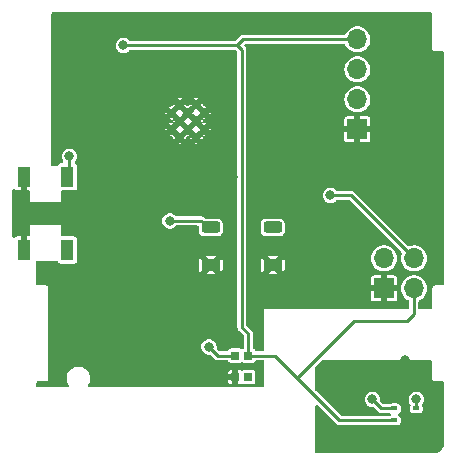
<source format=gbr>
%TF.GenerationSoftware,KiCad,Pcbnew,7.0.8*%
%TF.CreationDate,2023-10-28T23:27:17-04:00*%
%TF.ProjectId,AmazonBasicsSecureFrontend,416d617a-6f6e-4426-9173-696373536563,rev?*%
%TF.SameCoordinates,Original*%
%TF.FileFunction,Copper,L2,Bot*%
%TF.FilePolarity,Positive*%
%FSLAX46Y46*%
G04 Gerber Fmt 4.6, Leading zero omitted, Abs format (unit mm)*
G04 Created by KiCad (PCBNEW 7.0.8) date 2023-10-28 23:27:17*
%MOMM*%
%LPD*%
G01*
G04 APERTURE LIST*
G04 Aperture macros list*
%AMRoundRect*
0 Rectangle with rounded corners*
0 $1 Rounding radius*
0 $2 $3 $4 $5 $6 $7 $8 $9 X,Y pos of 4 corners*
0 Add a 4 corners polygon primitive as box body*
4,1,4,$2,$3,$4,$5,$6,$7,$8,$9,$2,$3,0*
0 Add four circle primitives for the rounded corners*
1,1,$1+$1,$2,$3*
1,1,$1+$1,$4,$5*
1,1,$1+$1,$6,$7*
1,1,$1+$1,$8,$9*
0 Add four rect primitives between the rounded corners*
20,1,$1+$1,$2,$3,$4,$5,0*
20,1,$1+$1,$4,$5,$6,$7,0*
20,1,$1+$1,$6,$7,$8,$9,0*
20,1,$1+$1,$8,$9,$2,$3,0*%
G04 Aperture macros list end*
%TA.AperFunction,SMDPad,CuDef*%
%ADD10RoundRect,0.250000X0.525000X0.250000X-0.525000X0.250000X-0.525000X-0.250000X0.525000X-0.250000X0*%
%TD*%
%TA.AperFunction,ComponentPad*%
%ADD11R,1.700000X1.700000*%
%TD*%
%TA.AperFunction,ComponentPad*%
%ADD12O,1.700000X1.700000*%
%TD*%
%TA.AperFunction,HeatsinkPad*%
%ADD13C,0.600000*%
%TD*%
%TA.AperFunction,SMDPad,CuDef*%
%ADD14R,0.700000X0.700000*%
%TD*%
%TA.AperFunction,SMDPad,CuDef*%
%ADD15RoundRect,0.087500X-0.187500X-0.087500X0.187500X-0.087500X0.187500X0.087500X-0.187500X0.087500X0*%
%TD*%
%TA.AperFunction,SMDPad,CuDef*%
%ADD16RoundRect,0.175000X-0.175000X-0.625000X0.175000X-0.625000X0.175000X0.625000X-0.175000X0.625000X0*%
%TD*%
%TA.AperFunction,SMDPad,CuDef*%
%ADD17R,1.100000X1.800000*%
%TD*%
%TA.AperFunction,ViaPad*%
%ADD18C,0.800000*%
%TD*%
%TA.AperFunction,Conductor*%
%ADD19C,0.250000*%
%TD*%
G04 APERTURE END LIST*
D10*
%TO.P,REF\u002A\u002A,1*%
%TO.N,SW_MAIN*%
X123910000Y-105080000D03*
X118660000Y-105080000D03*
%TO.P,REF\u002A\u002A,2*%
%TO.N,GND*%
X123910000Y-108280000D03*
X118660000Y-108280000D03*
%TD*%
D11*
%TO.P,J1,1,Pin_1*%
%TO.N,GND*%
X131064000Y-96774000D03*
D12*
%TO.P,J1,2,Pin_2*%
%TO.N,RX*%
X131064000Y-94234000D03*
%TO.P,J1,3,Pin_3*%
%TO.N,TX*%
X131064000Y-91694000D03*
%TO.P,J1,4,Pin_4*%
%TO.N,+3V3*%
X131064000Y-89154000D03*
%TD*%
D13*
%TO.P,U1,41,EPAD*%
%TO.N,GND*%
X115310000Y-95374000D03*
X115310000Y-96774000D03*
X116010000Y-94674000D03*
X116010000Y-96074000D03*
X116010000Y-97474000D03*
X116710000Y-95374000D03*
X116710000Y-96774000D03*
X117410000Y-94674000D03*
X117410000Y-96074000D03*
X117410000Y-97474000D03*
X118110000Y-95374000D03*
X118110000Y-96774000D03*
%TD*%
D11*
%TO.P,J2,1,Pin_1*%
%TO.N,GND*%
X133310000Y-110236000D03*
D12*
%TO.P,J2,2,Pin_2*%
%TO.N,+3V3*%
X135850000Y-110236000D03*
%TO.P,J2,3,Pin_3*%
%TO.N,3W*%
X133310000Y-107696000D03*
%TO.P,J2,4,Pin_4*%
%TO.N,RELAY*%
X135850000Y-107696000D03*
%TD*%
D14*
%TO.P,U3,1,DOUT*%
%TO.N,unconnected-(U3-DOUT-Pad1)*%
X121835000Y-117755000D03*
%TO.P,U3,2,GND*%
%TO.N,GND*%
X120735000Y-117755000D03*
%TO.P,U3,3,DIN*%
%TO.N,LED_IN*%
X120735000Y-115925000D03*
%TO.P,U3,4,VCC*%
%TO.N,+3V3*%
X121835000Y-115925000D03*
%TD*%
D15*
%TO.P,U2,1,VDD*%
%TO.N,+3V3*%
X134203000Y-121404000D03*
%TO.P,U2,2,SCL*%
%TO.N,SCL*%
X134203000Y-120404000D03*
%TO.P,U2,3,SDA*%
%TO.N,SDA*%
X136053000Y-120404000D03*
%TO.P,U2,4,VSS*%
%TO.N,GND*%
X136053000Y-121404000D03*
D16*
%TO.P,U2,5,NC*%
X135128000Y-120904000D03*
%TD*%
D17*
%TO.P,SW1,1,1*%
%TO.N,RST*%
X106498000Y-106986000D03*
X106498000Y-100786000D03*
%TO.P,SW1,2,2*%
%TO.N,GND*%
X102798000Y-106986000D03*
X102798000Y-100786000D03*
%TD*%
D18*
%TO.N,GND*%
X130683000Y-120015000D03*
X133350000Y-122936000D03*
X136398000Y-87884000D03*
X128778000Y-87757000D03*
X128905000Y-90678000D03*
X133223000Y-91948000D03*
X129032000Y-94869000D03*
X132080000Y-102235000D03*
X133731000Y-104013000D03*
X128397000Y-106045000D03*
X122301000Y-103505000D03*
X120523000Y-100838000D03*
X122301000Y-90043000D03*
X120396000Y-88646000D03*
X111506000Y-90932000D03*
X107696000Y-94615000D03*
X105918000Y-93091000D03*
X108077000Y-106299000D03*
X116662200Y-107645200D03*
X118745000Y-117221000D03*
X136906000Y-116840000D03*
X134874000Y-117729000D03*
X137160000Y-122682000D03*
X128778000Y-122809000D03*
X128397000Y-117221000D03*
%TO.N,SW_MAIN*%
X115189000Y-104521000D03*
%TO.N,GND*%
X120269000Y-114300000D03*
%TO.N,LED_IN*%
X118491000Y-115189000D03*
%TO.N,GND*%
X130302000Y-103632000D03*
%TO.N,RELAY*%
X128778000Y-102362000D03*
%TO.N,GND*%
X112522000Y-103632000D03*
X118872000Y-109982000D03*
X122428000Y-111379000D03*
X126238000Y-109474000D03*
X135128000Y-116332000D03*
%TO.N,+3V3*%
X111252000Y-89662000D03*
%TO.N,SCL*%
X132334000Y-119634000D03*
%TO.N,SDA*%
X136053000Y-119634000D03*
%TO.N,RST*%
X106680000Y-99060000D03*
%TD*%
D19*
%TO.N,+3V3*%
X135850000Y-112435000D02*
X135255000Y-113030000D01*
X125984000Y-117856000D02*
X129532000Y-121404000D01*
X135850000Y-110236000D02*
X135850000Y-112435000D01*
X124053000Y-115925000D02*
X125984000Y-117856000D01*
X135255000Y-113030000D02*
X130810000Y-113030000D01*
X130810000Y-113030000D02*
X125984000Y-117856000D01*
X121835000Y-115925000D02*
X124053000Y-115925000D01*
X129532000Y-121404000D02*
X134203000Y-121404000D01*
%TO.N,SW_MAIN*%
X115189000Y-104521000D02*
X117856000Y-104521000D01*
X117856000Y-104521000D02*
X118415000Y-105080000D01*
X118415000Y-105080000D02*
X118660000Y-105080000D01*
%TO.N,+3V3*%
X121835000Y-115925000D02*
X121835000Y-114088000D01*
X121835000Y-114088000D02*
X121285000Y-113538000D01*
X121285000Y-113538000D02*
X121285000Y-90043000D01*
X121285000Y-90043000D02*
X120904000Y-89662000D01*
X131064000Y-89154000D02*
X121412000Y-89154000D01*
X121412000Y-89154000D02*
X120904000Y-89662000D01*
X120904000Y-89662000D02*
X111252000Y-89662000D01*
%TO.N,LED_IN*%
X118491000Y-115189000D02*
X119227000Y-115925000D01*
X119227000Y-115925000D02*
X120735000Y-115925000D01*
%TO.N,RELAY*%
X128778000Y-102362000D02*
X130516000Y-102362000D01*
X130516000Y-102362000D02*
X135850000Y-107696000D01*
%TO.N,SCL*%
X133104000Y-120404000D02*
X134203000Y-120404000D01*
X132334000Y-119634000D02*
X133104000Y-120404000D01*
%TO.N,GND*%
X136906000Y-118110000D02*
X135128000Y-116332000D01*
X137168000Y-121404000D02*
X137414000Y-121158000D01*
X137414000Y-121158000D02*
X137414000Y-118618000D01*
X136053000Y-121404000D02*
X137168000Y-121404000D01*
X137414000Y-118618000D02*
X136906000Y-118110000D01*
%TO.N,SDA*%
X136053000Y-119634000D02*
X136053000Y-120404000D01*
%TO.N,RST*%
X106680000Y-100604000D02*
X106498000Y-100786000D01*
X106680000Y-99060000D02*
X106680000Y-100604000D01*
%TD*%
%TA.AperFunction,Conductor*%
%TO.N,GND*%
G36*
X137360539Y-86883685D02*
G01*
X137406294Y-86936489D01*
X137417500Y-86988000D01*
X137417500Y-89879114D01*
X137415117Y-89903306D01*
X137412592Y-89915999D01*
X137412592Y-89916000D01*
X137416688Y-89936591D01*
X137416689Y-89936597D01*
X137432032Y-90013736D01*
X137432033Y-90013739D01*
X137446894Y-90035980D01*
X137487399Y-90096601D01*
X137570260Y-90151966D01*
X137602840Y-90158446D01*
X137667998Y-90171408D01*
X137668000Y-90171408D01*
X137668001Y-90171408D01*
X137680694Y-90168883D01*
X137704886Y-90166500D01*
X138309500Y-90166500D01*
X138376539Y-90186185D01*
X138422294Y-90238989D01*
X138433500Y-90290500D01*
X138433500Y-109861500D01*
X138413815Y-109928539D01*
X138361011Y-109974294D01*
X138309500Y-109985500D01*
X137704886Y-109985500D01*
X137680694Y-109983117D01*
X137668001Y-109980592D01*
X137667999Y-109980592D01*
X137643325Y-109985500D01*
X137570263Y-110000032D01*
X137570260Y-110000033D01*
X137487399Y-110055399D01*
X137432033Y-110138261D01*
X137412592Y-110235997D01*
X137412592Y-110235998D01*
X137415117Y-110248691D01*
X137417500Y-110272885D01*
X137417500Y-111890000D01*
X137397815Y-111957039D01*
X137345011Y-112002794D01*
X137293500Y-112014000D01*
X136349500Y-112014000D01*
X136282461Y-111994315D01*
X136236706Y-111941511D01*
X136225500Y-111890000D01*
X136225500Y-111355668D01*
X136245185Y-111288629D01*
X136297989Y-111242874D01*
X136304679Y-111240052D01*
X136342637Y-111225348D01*
X136516041Y-111117981D01*
X136666764Y-110980579D01*
X136789673Y-110817821D01*
X136880582Y-110635250D01*
X136936397Y-110439083D01*
X136955215Y-110236000D01*
X136936397Y-110032917D01*
X136880582Y-109836750D01*
X136789673Y-109654179D01*
X136666764Y-109491421D01*
X136666762Y-109491418D01*
X136516041Y-109354019D01*
X136516039Y-109354017D01*
X136342642Y-109246655D01*
X136342635Y-109246651D01*
X136237082Y-109205760D01*
X136152456Y-109172976D01*
X135951976Y-109135500D01*
X135748024Y-109135500D01*
X135547544Y-109172976D01*
X135547541Y-109172976D01*
X135547541Y-109172977D01*
X135357364Y-109246651D01*
X135357357Y-109246655D01*
X135183960Y-109354017D01*
X135183958Y-109354019D01*
X135033237Y-109491418D01*
X134910327Y-109654178D01*
X134819422Y-109836739D01*
X134819417Y-109836752D01*
X134763602Y-110032917D01*
X134744785Y-110235999D01*
X134744785Y-110236000D01*
X134763602Y-110439082D01*
X134819417Y-110635247D01*
X134819422Y-110635260D01*
X134910327Y-110817821D01*
X135033237Y-110980581D01*
X135183958Y-111117980D01*
X135183960Y-111117982D01*
X135283141Y-111179392D01*
X135357363Y-111225348D01*
X135395293Y-111240042D01*
X135450694Y-111282612D01*
X135474286Y-111348378D01*
X135474500Y-111355668D01*
X135474500Y-111890000D01*
X135454815Y-111957039D01*
X135402011Y-112002794D01*
X135350500Y-112014000D01*
X123190000Y-112014000D01*
X123190000Y-115425500D01*
X123170315Y-115492539D01*
X123117511Y-115538294D01*
X123066000Y-115549500D01*
X122533744Y-115549500D01*
X122466705Y-115529815D01*
X122429153Y-115486478D01*
X122427752Y-115487415D01*
X122400866Y-115447177D01*
X122365601Y-115394399D01*
X122319690Y-115363723D01*
X122272585Y-115332248D01*
X122273924Y-115330243D01*
X122232640Y-115296970D01*
X122210579Y-115230675D01*
X122210500Y-115226256D01*
X122210500Y-114139803D01*
X122213139Y-114114358D01*
X122213785Y-114111274D01*
X122215367Y-114103731D01*
X122213287Y-114087051D01*
X122210977Y-114068508D01*
X122210500Y-114060832D01*
X122210500Y-114056889D01*
X122210499Y-114056883D01*
X122206655Y-114033846D01*
X122199865Y-113979373D01*
X122197617Y-113971827D01*
X122195065Y-113964390D01*
X122168942Y-113916119D01*
X122144826Y-113866788D01*
X122144823Y-113866785D01*
X122144823Y-113866784D01*
X122140267Y-113860402D01*
X122135423Y-113854178D01*
X122135419Y-113854174D01*
X122095041Y-113817003D01*
X121696819Y-113418781D01*
X121663334Y-113357458D01*
X121660500Y-113331100D01*
X121660500Y-111110628D01*
X132210000Y-111110628D01*
X132224503Y-111183540D01*
X132224505Y-111183544D01*
X132279760Y-111266239D01*
X132362455Y-111321494D01*
X132362459Y-111321496D01*
X132435371Y-111335999D01*
X132435374Y-111336000D01*
X133060000Y-111336000D01*
X133060000Y-110671501D01*
X133167685Y-110720680D01*
X133274237Y-110736000D01*
X133345763Y-110736000D01*
X133452315Y-110720680D01*
X133560000Y-110671501D01*
X133560000Y-111336000D01*
X134184626Y-111336000D01*
X134184628Y-111335999D01*
X134257540Y-111321496D01*
X134257544Y-111321494D01*
X134340239Y-111266239D01*
X134395494Y-111183544D01*
X134395496Y-111183540D01*
X134409999Y-111110628D01*
X134410000Y-111110626D01*
X134410000Y-110486000D01*
X133743686Y-110486000D01*
X133769493Y-110445844D01*
X133810000Y-110307889D01*
X133810000Y-110164111D01*
X133769493Y-110026156D01*
X133743686Y-109986000D01*
X134410000Y-109986000D01*
X134410000Y-109361373D01*
X134409999Y-109361371D01*
X134395496Y-109288459D01*
X134395494Y-109288455D01*
X134340239Y-109205760D01*
X134257544Y-109150505D01*
X134257540Y-109150503D01*
X134184627Y-109136000D01*
X133560000Y-109136000D01*
X133560000Y-109800498D01*
X133452315Y-109751320D01*
X133345763Y-109736000D01*
X133274237Y-109736000D01*
X133167685Y-109751320D01*
X133060000Y-109800498D01*
X133060000Y-109136000D01*
X132435373Y-109136000D01*
X132362459Y-109150503D01*
X132362455Y-109150505D01*
X132279760Y-109205760D01*
X132224505Y-109288455D01*
X132224503Y-109288459D01*
X132210000Y-109361371D01*
X132210000Y-109986000D01*
X132876314Y-109986000D01*
X132850507Y-110026156D01*
X132810000Y-110164111D01*
X132810000Y-110307889D01*
X132850507Y-110445844D01*
X132876314Y-110486000D01*
X132210000Y-110486000D01*
X132210000Y-111110628D01*
X121660500Y-111110628D01*
X121660500Y-109029999D01*
X123513553Y-109029999D01*
X123513554Y-109030000D01*
X124306446Y-109030000D01*
X124306446Y-109029999D01*
X123910001Y-108633553D01*
X123909999Y-108633553D01*
X123513553Y-109029999D01*
X121660500Y-109029999D01*
X121660500Y-108577844D01*
X122885000Y-108577844D01*
X122891401Y-108637372D01*
X122891402Y-108637376D01*
X122941649Y-108772093D01*
X122994180Y-108842264D01*
X122994182Y-108842265D01*
X123556447Y-108280000D01*
X124263553Y-108280000D01*
X124825817Y-108842264D01*
X124878351Y-108772090D01*
X124928597Y-108637376D01*
X124928598Y-108637372D01*
X124934999Y-108577844D01*
X124935000Y-108577827D01*
X124935000Y-107982172D01*
X124934999Y-107982155D01*
X124928598Y-107922627D01*
X124928597Y-107922623D01*
X124878352Y-107787911D01*
X124878351Y-107787910D01*
X124825817Y-107717733D01*
X124263553Y-108279999D01*
X124263553Y-108280000D01*
X123556447Y-108280000D01*
X123556447Y-108279999D01*
X122994181Y-107717733D01*
X122941647Y-107787910D01*
X122941645Y-107787913D01*
X122891403Y-107922620D01*
X122891401Y-107922627D01*
X122885000Y-107982155D01*
X122885000Y-108577844D01*
X121660500Y-108577844D01*
X121660500Y-107530000D01*
X123513553Y-107530000D01*
X123910000Y-107926446D01*
X124140446Y-107696000D01*
X132204785Y-107696000D01*
X132223602Y-107899082D01*
X132279417Y-108095247D01*
X132279422Y-108095260D01*
X132370327Y-108277821D01*
X132493237Y-108440581D01*
X132643958Y-108577980D01*
X132643960Y-108577982D01*
X132733711Y-108633553D01*
X132817363Y-108685348D01*
X133007544Y-108759024D01*
X133208024Y-108796500D01*
X133208026Y-108796500D01*
X133411974Y-108796500D01*
X133411976Y-108796500D01*
X133612456Y-108759024D01*
X133802637Y-108685348D01*
X133976041Y-108577981D01*
X134126764Y-108440579D01*
X134249673Y-108277821D01*
X134340582Y-108095250D01*
X134396397Y-107899083D01*
X134415215Y-107696000D01*
X134396397Y-107492917D01*
X134340582Y-107296750D01*
X134337836Y-107291236D01*
X134274237Y-107163511D01*
X134249673Y-107114179D01*
X134126764Y-106951421D01*
X134126762Y-106951418D01*
X133976041Y-106814019D01*
X133976039Y-106814017D01*
X133802642Y-106706655D01*
X133802635Y-106706651D01*
X133702552Y-106667879D01*
X133612456Y-106632976D01*
X133411976Y-106595500D01*
X133208024Y-106595500D01*
X133007544Y-106632976D01*
X133007541Y-106632976D01*
X133007541Y-106632977D01*
X132817364Y-106706651D01*
X132817357Y-106706655D01*
X132643960Y-106814017D01*
X132643958Y-106814019D01*
X132493237Y-106951418D01*
X132370327Y-107114178D01*
X132279422Y-107296739D01*
X132279417Y-107296752D01*
X132223602Y-107492917D01*
X132204785Y-107695999D01*
X132204785Y-107696000D01*
X124140446Y-107696000D01*
X124306446Y-107530000D01*
X123513553Y-107530000D01*
X121660500Y-107530000D01*
X121660500Y-105377870D01*
X122884500Y-105377870D01*
X122884501Y-105377876D01*
X122890908Y-105437483D01*
X122941202Y-105572328D01*
X122941206Y-105572335D01*
X123027452Y-105687544D01*
X123027455Y-105687547D01*
X123142664Y-105773793D01*
X123142671Y-105773797D01*
X123277517Y-105824091D01*
X123277516Y-105824091D01*
X123284056Y-105824794D01*
X123337127Y-105830500D01*
X124482872Y-105830499D01*
X124542483Y-105824091D01*
X124677331Y-105773796D01*
X124792546Y-105687546D01*
X124878796Y-105572331D01*
X124929091Y-105437483D01*
X124935500Y-105377873D01*
X124935499Y-104782128D01*
X124929091Y-104722517D01*
X124912419Y-104677818D01*
X124878797Y-104587671D01*
X124878793Y-104587664D01*
X124792547Y-104472455D01*
X124792544Y-104472452D01*
X124677335Y-104386206D01*
X124677328Y-104386202D01*
X124542482Y-104335908D01*
X124542483Y-104335908D01*
X124482883Y-104329501D01*
X124482881Y-104329500D01*
X124482873Y-104329500D01*
X124482864Y-104329500D01*
X123337129Y-104329500D01*
X123337123Y-104329501D01*
X123277516Y-104335908D01*
X123142671Y-104386202D01*
X123142664Y-104386206D01*
X123027455Y-104472452D01*
X123027452Y-104472455D01*
X122941206Y-104587664D01*
X122941202Y-104587671D01*
X122890910Y-104722513D01*
X122890909Y-104722517D01*
X122884500Y-104782127D01*
X122884500Y-104782134D01*
X122884500Y-104782135D01*
X122884500Y-105377870D01*
X121660500Y-105377870D01*
X121660500Y-102362000D01*
X128122722Y-102362000D01*
X128141762Y-102518818D01*
X128197780Y-102666523D01*
X128287517Y-102796530D01*
X128405760Y-102901283D01*
X128405762Y-102901284D01*
X128545634Y-102974696D01*
X128699014Y-103012500D01*
X128699015Y-103012500D01*
X128856985Y-103012500D01*
X129010365Y-102974696D01*
X129150240Y-102901283D01*
X129268483Y-102796530D01*
X129272257Y-102791061D01*
X129326537Y-102747071D01*
X129374308Y-102737500D01*
X130309101Y-102737500D01*
X130376140Y-102757185D01*
X130396782Y-102773819D01*
X134790289Y-107167326D01*
X134823774Y-107228649D01*
X134819331Y-107290765D01*
X134820986Y-107291236D01*
X134763603Y-107492915D01*
X134763602Y-107492917D01*
X134744785Y-107695999D01*
X134744785Y-107696000D01*
X134763602Y-107899082D01*
X134819417Y-108095247D01*
X134819422Y-108095260D01*
X134910327Y-108277821D01*
X135033237Y-108440581D01*
X135183958Y-108577980D01*
X135183960Y-108577982D01*
X135273711Y-108633553D01*
X135357363Y-108685348D01*
X135547544Y-108759024D01*
X135748024Y-108796500D01*
X135748026Y-108796500D01*
X135951974Y-108796500D01*
X135951976Y-108796500D01*
X136152456Y-108759024D01*
X136342637Y-108685348D01*
X136516041Y-108577981D01*
X136666764Y-108440579D01*
X136789673Y-108277821D01*
X136880582Y-108095250D01*
X136936397Y-107899083D01*
X136955215Y-107696000D01*
X136936397Y-107492917D01*
X136880582Y-107296750D01*
X136877836Y-107291236D01*
X136814237Y-107163511D01*
X136789673Y-107114179D01*
X136666764Y-106951421D01*
X136666762Y-106951418D01*
X136516041Y-106814019D01*
X136516039Y-106814017D01*
X136342642Y-106706655D01*
X136342635Y-106706651D01*
X136242552Y-106667879D01*
X136152456Y-106632976D01*
X135951976Y-106595500D01*
X135748024Y-106595500D01*
X135661801Y-106611617D01*
X135547536Y-106632977D01*
X135457443Y-106667879D01*
X135387820Y-106673740D01*
X135326080Y-106641030D01*
X135324970Y-106639933D01*
X130818149Y-102133111D01*
X130802022Y-102113252D01*
X130796086Y-102104167D01*
X130796083Y-102104163D01*
X130768074Y-102082363D01*
X130762310Y-102077272D01*
X130759515Y-102074477D01*
X130740505Y-102060906D01*
X130739983Y-102060500D01*
X130732645Y-102054788D01*
X130697189Y-102027190D01*
X130690274Y-102023448D01*
X130683200Y-102019990D01*
X130630596Y-102004329D01*
X130578658Y-101986499D01*
X130570923Y-101985208D01*
X130563085Y-101984231D01*
X130508244Y-101986500D01*
X129374308Y-101986500D01*
X129307269Y-101966815D01*
X129272257Y-101932938D01*
X129268483Y-101927470D01*
X129150240Y-101822717D01*
X129150238Y-101822716D01*
X129150237Y-101822715D01*
X129010365Y-101749303D01*
X128856986Y-101711500D01*
X128856985Y-101711500D01*
X128699015Y-101711500D01*
X128699014Y-101711500D01*
X128545634Y-101749303D01*
X128405762Y-101822715D01*
X128287516Y-101927471D01*
X128197781Y-102057475D01*
X128197780Y-102057476D01*
X128141762Y-102205181D01*
X128122722Y-102361999D01*
X128122722Y-102362000D01*
X121660500Y-102362000D01*
X121660500Y-97648628D01*
X129964000Y-97648628D01*
X129978503Y-97721540D01*
X129978505Y-97721544D01*
X130033760Y-97804239D01*
X130116455Y-97859494D01*
X130116459Y-97859496D01*
X130189371Y-97873999D01*
X130189374Y-97874000D01*
X130814000Y-97874000D01*
X130814000Y-97209501D01*
X130921685Y-97258680D01*
X131028237Y-97274000D01*
X131099763Y-97274000D01*
X131206315Y-97258680D01*
X131314000Y-97209501D01*
X131314000Y-97874000D01*
X131938626Y-97874000D01*
X131938628Y-97873999D01*
X132011540Y-97859496D01*
X132011544Y-97859494D01*
X132094239Y-97804239D01*
X132149494Y-97721544D01*
X132149496Y-97721540D01*
X132163999Y-97648628D01*
X132164000Y-97648626D01*
X132164000Y-97024000D01*
X131497686Y-97024000D01*
X131523493Y-96983844D01*
X131564000Y-96845889D01*
X131564000Y-96702111D01*
X131523493Y-96564156D01*
X131497686Y-96524000D01*
X132164000Y-96524000D01*
X132164000Y-95899373D01*
X132163999Y-95899371D01*
X132149496Y-95826459D01*
X132149494Y-95826455D01*
X132094239Y-95743760D01*
X132011544Y-95688505D01*
X132011540Y-95688503D01*
X131938627Y-95674000D01*
X131314000Y-95674000D01*
X131314000Y-96338498D01*
X131206315Y-96289320D01*
X131099763Y-96274000D01*
X131028237Y-96274000D01*
X130921685Y-96289320D01*
X130814000Y-96338498D01*
X130814000Y-95674000D01*
X130189373Y-95674000D01*
X130116459Y-95688503D01*
X130116455Y-95688505D01*
X130033760Y-95743760D01*
X129978505Y-95826455D01*
X129978503Y-95826459D01*
X129964000Y-95899371D01*
X129964000Y-96524000D01*
X130630314Y-96524000D01*
X130604507Y-96564156D01*
X130564000Y-96702111D01*
X130564000Y-96845889D01*
X130604507Y-96983844D01*
X130630314Y-97024000D01*
X129964000Y-97024000D01*
X129964000Y-97648628D01*
X121660500Y-97648628D01*
X121660500Y-94234000D01*
X129958785Y-94234000D01*
X129977602Y-94437082D01*
X130033417Y-94633247D01*
X130033422Y-94633260D01*
X130124327Y-94815821D01*
X130247237Y-94978581D01*
X130397958Y-95115980D01*
X130397960Y-95115982D01*
X130454555Y-95151024D01*
X130571363Y-95223348D01*
X130761544Y-95297024D01*
X130962024Y-95334500D01*
X130962026Y-95334500D01*
X131165974Y-95334500D01*
X131165976Y-95334500D01*
X131366456Y-95297024D01*
X131556637Y-95223348D01*
X131730041Y-95115981D01*
X131880764Y-94978579D01*
X132003673Y-94815821D01*
X132094582Y-94633250D01*
X132150397Y-94437083D01*
X132169215Y-94234000D01*
X132150397Y-94030917D01*
X132094582Y-93834750D01*
X132003673Y-93652179D01*
X131880764Y-93489421D01*
X131880762Y-93489418D01*
X131730041Y-93352019D01*
X131730039Y-93352017D01*
X131556642Y-93244655D01*
X131556635Y-93244651D01*
X131461546Y-93207814D01*
X131366456Y-93170976D01*
X131165976Y-93133500D01*
X130962024Y-93133500D01*
X130761544Y-93170976D01*
X130761541Y-93170976D01*
X130761541Y-93170977D01*
X130571364Y-93244651D01*
X130571357Y-93244655D01*
X130397960Y-93352017D01*
X130397958Y-93352019D01*
X130247237Y-93489418D01*
X130124327Y-93652178D01*
X130033422Y-93834739D01*
X130033417Y-93834752D01*
X129977602Y-94030917D01*
X129958785Y-94233999D01*
X129958785Y-94234000D01*
X121660500Y-94234000D01*
X121660500Y-91694000D01*
X129958785Y-91694000D01*
X129977602Y-91897082D01*
X130033417Y-92093247D01*
X130033422Y-92093260D01*
X130124327Y-92275821D01*
X130247237Y-92438581D01*
X130397958Y-92575980D01*
X130397960Y-92575982D01*
X130497141Y-92637392D01*
X130571363Y-92683348D01*
X130761544Y-92757024D01*
X130962024Y-92794500D01*
X130962026Y-92794500D01*
X131165974Y-92794500D01*
X131165976Y-92794500D01*
X131366456Y-92757024D01*
X131556637Y-92683348D01*
X131730041Y-92575981D01*
X131880764Y-92438579D01*
X132003673Y-92275821D01*
X132094582Y-92093250D01*
X132150397Y-91897083D01*
X132169215Y-91694000D01*
X132150397Y-91490917D01*
X132094582Y-91294750D01*
X132003673Y-91112179D01*
X131880764Y-90949421D01*
X131880762Y-90949418D01*
X131730041Y-90812019D01*
X131730039Y-90812017D01*
X131556642Y-90704655D01*
X131556635Y-90704651D01*
X131461546Y-90667814D01*
X131366456Y-90630976D01*
X131165976Y-90593500D01*
X130962024Y-90593500D01*
X130761544Y-90630976D01*
X130761541Y-90630976D01*
X130761541Y-90630977D01*
X130571364Y-90704651D01*
X130571357Y-90704655D01*
X130397960Y-90812017D01*
X130397958Y-90812019D01*
X130247237Y-90949418D01*
X130124327Y-91112178D01*
X130033422Y-91294739D01*
X130033417Y-91294752D01*
X129977602Y-91490917D01*
X129958785Y-91693999D01*
X129958785Y-91694000D01*
X121660500Y-91694000D01*
X121660500Y-90094803D01*
X121663139Y-90069358D01*
X121663785Y-90066274D01*
X121665367Y-90058731D01*
X121663287Y-90042051D01*
X121660977Y-90023508D01*
X121660500Y-90015832D01*
X121660500Y-90011889D01*
X121660499Y-90011883D01*
X121656655Y-89988846D01*
X121649865Y-89934373D01*
X121647617Y-89926827D01*
X121645065Y-89919390D01*
X121618942Y-89871119D01*
X121594826Y-89821788D01*
X121594823Y-89821785D01*
X121594823Y-89821784D01*
X121590267Y-89815402D01*
X121585423Y-89809178D01*
X121585419Y-89809174D01*
X121545041Y-89772003D01*
X121522718Y-89749680D01*
X121489233Y-89688357D01*
X121494217Y-89618665D01*
X121522725Y-89574311D01*
X121531229Y-89565808D01*
X121592556Y-89532331D01*
X121618900Y-89529500D01*
X129944815Y-89529500D01*
X130011854Y-89549185D01*
X130055813Y-89598225D01*
X130124327Y-89735821D01*
X130151651Y-89772004D01*
X130247237Y-89898581D01*
X130397958Y-90035980D01*
X130397960Y-90035982D01*
X130472189Y-90081942D01*
X130571363Y-90143348D01*
X130761544Y-90217024D01*
X130962024Y-90254500D01*
X130962026Y-90254500D01*
X131165974Y-90254500D01*
X131165976Y-90254500D01*
X131366456Y-90217024D01*
X131556637Y-90143348D01*
X131730041Y-90035981D01*
X131880764Y-89898579D01*
X132003673Y-89735821D01*
X132094582Y-89553250D01*
X132150397Y-89357083D01*
X132169215Y-89154000D01*
X132150397Y-88950917D01*
X132094582Y-88754750D01*
X132003673Y-88572179D01*
X131880764Y-88409421D01*
X131880762Y-88409418D01*
X131730041Y-88272019D01*
X131730039Y-88272017D01*
X131556642Y-88164655D01*
X131556635Y-88164651D01*
X131461546Y-88127814D01*
X131366456Y-88090976D01*
X131165976Y-88053500D01*
X130962024Y-88053500D01*
X130761544Y-88090976D01*
X130761541Y-88090976D01*
X130761541Y-88090977D01*
X130571364Y-88164651D01*
X130571357Y-88164655D01*
X130397960Y-88272017D01*
X130397958Y-88272019D01*
X130247237Y-88409418D01*
X130124329Y-88572176D01*
X130124327Y-88572179D01*
X130055813Y-88709773D01*
X130008313Y-88761008D01*
X129944815Y-88778500D01*
X121463804Y-88778500D01*
X121438357Y-88775861D01*
X121435713Y-88775306D01*
X121427729Y-88773632D01*
X121392509Y-88778023D01*
X121384832Y-88778500D01*
X121380886Y-88778500D01*
X121363606Y-88781383D01*
X121357846Y-88782344D01*
X121303368Y-88789135D01*
X121295844Y-88791375D01*
X121288392Y-88793934D01*
X121240119Y-88820057D01*
X121190790Y-88844172D01*
X121184398Y-88848735D01*
X121178174Y-88853580D01*
X121141003Y-88893958D01*
X120784781Y-89250181D01*
X120723458Y-89283666D01*
X120697100Y-89286500D01*
X111848308Y-89286500D01*
X111781269Y-89266815D01*
X111746257Y-89232938D01*
X111742483Y-89227470D01*
X111624240Y-89122717D01*
X111624238Y-89122716D01*
X111624237Y-89122715D01*
X111484365Y-89049303D01*
X111330986Y-89011500D01*
X111330985Y-89011500D01*
X111173015Y-89011500D01*
X111173014Y-89011500D01*
X111019634Y-89049303D01*
X110879762Y-89122715D01*
X110761516Y-89227471D01*
X110671781Y-89357475D01*
X110671780Y-89357476D01*
X110615762Y-89505181D01*
X110596722Y-89661999D01*
X110596722Y-89662000D01*
X110615762Y-89818818D01*
X110661976Y-89940673D01*
X110671780Y-89966523D01*
X110761517Y-90096530D01*
X110879760Y-90201283D01*
X110879762Y-90201284D01*
X111019634Y-90274696D01*
X111173014Y-90312500D01*
X111173015Y-90312500D01*
X111330985Y-90312500D01*
X111484365Y-90274696D01*
X111624240Y-90201283D01*
X111742483Y-90096530D01*
X111746257Y-90091061D01*
X111800537Y-90047071D01*
X111848308Y-90037500D01*
X120697101Y-90037500D01*
X120764140Y-90057185D01*
X120784782Y-90073819D01*
X120873181Y-90162218D01*
X120906666Y-90223541D01*
X120909500Y-90249899D01*
X120909500Y-113486196D01*
X120906862Y-113511634D01*
X120904633Y-113522268D01*
X120904633Y-113522269D01*
X120904633Y-113522271D01*
X120909023Y-113557491D01*
X120909500Y-113565167D01*
X120909500Y-113569116D01*
X120913342Y-113592141D01*
X120920134Y-113646627D01*
X120922373Y-113654147D01*
X120924934Y-113661608D01*
X120924935Y-113661610D01*
X120951055Y-113709877D01*
X120975174Y-113759211D01*
X120979742Y-113765609D01*
X120984582Y-113771827D01*
X121024971Y-113809009D01*
X121423181Y-114207218D01*
X121456666Y-114268541D01*
X121459500Y-114294899D01*
X121459500Y-115226256D01*
X121439815Y-115293295D01*
X121396477Y-115330847D01*
X121397414Y-115332249D01*
X121353889Y-115361331D01*
X121287211Y-115382208D01*
X121219831Y-115363723D01*
X121216110Y-115361331D01*
X121182740Y-115339034D01*
X121182735Y-115339032D01*
X121109677Y-115324500D01*
X121109674Y-115324500D01*
X120360326Y-115324500D01*
X120360323Y-115324500D01*
X120287264Y-115339032D01*
X120287260Y-115339033D01*
X120204398Y-115394399D01*
X120142248Y-115487415D01*
X120140243Y-115486075D01*
X120106970Y-115527360D01*
X120040675Y-115549421D01*
X120036256Y-115549500D01*
X119433899Y-115549500D01*
X119366860Y-115529815D01*
X119346218Y-115513181D01*
X119175517Y-115342480D01*
X119142032Y-115281157D01*
X119140102Y-115239857D01*
X119146278Y-115189000D01*
X119127237Y-115032182D01*
X119071220Y-114884477D01*
X118981483Y-114754470D01*
X118863240Y-114649717D01*
X118863238Y-114649716D01*
X118863237Y-114649715D01*
X118723365Y-114576303D01*
X118569986Y-114538500D01*
X118569985Y-114538500D01*
X118412015Y-114538500D01*
X118412014Y-114538500D01*
X118258634Y-114576303D01*
X118118762Y-114649715D01*
X118000516Y-114754471D01*
X117910781Y-114884475D01*
X117910780Y-114884476D01*
X117854762Y-115032181D01*
X117835722Y-115188999D01*
X117835722Y-115189000D01*
X117854762Y-115345818D01*
X117873187Y-115394399D01*
X117910780Y-115493523D01*
X118000517Y-115623530D01*
X118118760Y-115728283D01*
X118118762Y-115728284D01*
X118258634Y-115801696D01*
X118412014Y-115839500D01*
X118559101Y-115839500D01*
X118626140Y-115859185D01*
X118646782Y-115875819D01*
X118924849Y-116153886D01*
X118940977Y-116173745D01*
X118946916Y-116182836D01*
X118974932Y-116204641D01*
X118980693Y-116209730D01*
X118983482Y-116212519D01*
X119002483Y-116226085D01*
X119045811Y-116259809D01*
X119052704Y-116263539D01*
X119059796Y-116267006D01*
X119059801Y-116267010D01*
X119112403Y-116282670D01*
X119164338Y-116300500D01*
X119172072Y-116301790D01*
X119179910Y-116302767D01*
X119179912Y-116302768D01*
X119179913Y-116302767D01*
X119179914Y-116302768D01*
X119234756Y-116300500D01*
X120036256Y-116300500D01*
X120103295Y-116320185D01*
X120140846Y-116363521D01*
X120142248Y-116362585D01*
X120204398Y-116455600D01*
X120287260Y-116510966D01*
X120287264Y-116510967D01*
X120360321Y-116525499D01*
X120360324Y-116525500D01*
X120360326Y-116525500D01*
X121109676Y-116525500D01*
X121109677Y-116525499D01*
X121182735Y-116510967D01*
X121182737Y-116510967D01*
X121182737Y-116510966D01*
X121182740Y-116510966D01*
X121216112Y-116488667D01*
X121282786Y-116467791D01*
X121350166Y-116486275D01*
X121353829Y-116488628D01*
X121387260Y-116510966D01*
X121387262Y-116510966D01*
X121387263Y-116510967D01*
X121460321Y-116525499D01*
X121460324Y-116525500D01*
X121460326Y-116525500D01*
X122209676Y-116525500D01*
X122209677Y-116525499D01*
X122282740Y-116510966D01*
X122365601Y-116455601D01*
X122420800Y-116372989D01*
X122427752Y-116362585D01*
X122429756Y-116363924D01*
X122463030Y-116322640D01*
X122529325Y-116300579D01*
X122533744Y-116300500D01*
X123066000Y-116300500D01*
X123133039Y-116320185D01*
X123178794Y-116372989D01*
X123190000Y-116424500D01*
X123190000Y-118494000D01*
X123170315Y-118561039D01*
X123117511Y-118606794D01*
X123066000Y-118618000D01*
X108370173Y-118618000D01*
X108303134Y-118598315D01*
X108257379Y-118545511D01*
X108247435Y-118476353D01*
X108272118Y-118418098D01*
X108295444Y-118387963D01*
X108295443Y-118387963D01*
X108295448Y-118387958D01*
X108385060Y-118205271D01*
X108436063Y-118008285D01*
X108436230Y-118005000D01*
X120135000Y-118005000D01*
X120135000Y-118129628D01*
X120149503Y-118202540D01*
X120149505Y-118202544D01*
X120204760Y-118285239D01*
X120287455Y-118340494D01*
X120287459Y-118340496D01*
X120360371Y-118354999D01*
X120360374Y-118355000D01*
X120485000Y-118355000D01*
X120985000Y-118355000D01*
X121109626Y-118355000D01*
X121109628Y-118354999D01*
X121182540Y-118340496D01*
X121182544Y-118340495D01*
X121215658Y-118318369D01*
X121282335Y-118297491D01*
X121349715Y-118315975D01*
X121353438Y-118318368D01*
X121386554Y-118340494D01*
X121387260Y-118340966D01*
X121387263Y-118340966D01*
X121387264Y-118340967D01*
X121460321Y-118355499D01*
X121460324Y-118355500D01*
X121460326Y-118355500D01*
X122209676Y-118355500D01*
X122209677Y-118355499D01*
X122282740Y-118340966D01*
X122365601Y-118285601D01*
X122420966Y-118202740D01*
X122435500Y-118129674D01*
X122435500Y-117380326D01*
X122435500Y-117380323D01*
X122435499Y-117380321D01*
X122420967Y-117307264D01*
X122420966Y-117307260D01*
X122365601Y-117224399D01*
X122282740Y-117169034D01*
X122282739Y-117169033D01*
X122282735Y-117169032D01*
X122209677Y-117154500D01*
X122209674Y-117154500D01*
X121460326Y-117154500D01*
X121460323Y-117154500D01*
X121387264Y-117169032D01*
X121387257Y-117169034D01*
X121353437Y-117191632D01*
X121286759Y-117212508D01*
X121219379Y-117194022D01*
X121215660Y-117191631D01*
X121182546Y-117169505D01*
X121182540Y-117169503D01*
X121109627Y-117155000D01*
X120985000Y-117155000D01*
X120985000Y-118355000D01*
X120485000Y-118355000D01*
X120485000Y-118005000D01*
X120135000Y-118005000D01*
X108436230Y-118005000D01*
X108446369Y-117805064D01*
X108415556Y-117603929D01*
X108378917Y-117505000D01*
X120135000Y-117505000D01*
X120485000Y-117505000D01*
X120485000Y-117155000D01*
X120360373Y-117155000D01*
X120287459Y-117169503D01*
X120287455Y-117169505D01*
X120204760Y-117224760D01*
X120149505Y-117307455D01*
X120149503Y-117307459D01*
X120135000Y-117380371D01*
X120135000Y-117505000D01*
X108378917Y-117505000D01*
X108344886Y-117413113D01*
X108237252Y-117240429D01*
X108097059Y-117092947D01*
X107998587Y-117024409D01*
X107930050Y-116976705D01*
X107743056Y-116896459D01*
X107543741Y-116855500D01*
X107391258Y-116855500D01*
X107391257Y-116855500D01*
X107239560Y-116870925D01*
X107045420Y-116931837D01*
X107045405Y-116931844D01*
X106867500Y-117030589D01*
X106867495Y-117030592D01*
X106713106Y-117163132D01*
X106713104Y-117163134D01*
X106588554Y-117324037D01*
X106588553Y-117324040D01*
X106498940Y-117506728D01*
X106447937Y-117703714D01*
X106437631Y-117906936D01*
X106468442Y-118108063D01*
X106468445Y-118108075D01*
X106539111Y-118298881D01*
X106539113Y-118298884D01*
X106539114Y-118298887D01*
X106574089Y-118354999D01*
X106619845Y-118428409D01*
X106638601Y-118495714D01*
X106617992Y-118562475D01*
X106564560Y-118607496D01*
X106514613Y-118618000D01*
X104006500Y-118618000D01*
X103939461Y-118598315D01*
X103893706Y-118545511D01*
X103882500Y-118494000D01*
X103882500Y-118230500D01*
X103902185Y-118163461D01*
X103954989Y-118117706D01*
X104006500Y-118106500D01*
X104611114Y-118106500D01*
X104635306Y-118108883D01*
X104647999Y-118111408D01*
X104648000Y-118111408D01*
X104648002Y-118111408D01*
X104696870Y-118101687D01*
X104745740Y-118091966D01*
X104828601Y-118036601D01*
X104883966Y-117953740D01*
X104893276Y-117906936D01*
X104899689Y-117874700D01*
X104899690Y-117874689D01*
X104903408Y-117856000D01*
X104903408Y-117855999D01*
X104900883Y-117843306D01*
X104898500Y-117819114D01*
X104898500Y-110272885D01*
X104900883Y-110248691D01*
X104903408Y-110235998D01*
X104903408Y-110235997D01*
X104883966Y-110138261D01*
X104883966Y-110138260D01*
X104828601Y-110055399D01*
X104745740Y-110000034D01*
X104745739Y-110000033D01*
X104745736Y-110000032D01*
X104672675Y-109985500D01*
X104648001Y-109980592D01*
X104647999Y-109980592D01*
X104635306Y-109983117D01*
X104611114Y-109985500D01*
X104006500Y-109985500D01*
X103939461Y-109965815D01*
X103893706Y-109913011D01*
X103882500Y-109861500D01*
X103882500Y-109029999D01*
X118263553Y-109029999D01*
X118263554Y-109030000D01*
X119056446Y-109030000D01*
X119056446Y-109029999D01*
X118660001Y-108633553D01*
X118659999Y-108633553D01*
X118263553Y-109029999D01*
X103882500Y-109029999D01*
X103882500Y-108577844D01*
X117635000Y-108577844D01*
X117641401Y-108637372D01*
X117641402Y-108637376D01*
X117691649Y-108772093D01*
X117744180Y-108842264D01*
X117744182Y-108842265D01*
X118306447Y-108280000D01*
X119013553Y-108280000D01*
X119575817Y-108842264D01*
X119628351Y-108772090D01*
X119678597Y-108637376D01*
X119678598Y-108637372D01*
X119684999Y-108577844D01*
X119685000Y-108577827D01*
X119685000Y-107982172D01*
X119684999Y-107982155D01*
X119678598Y-107922627D01*
X119678597Y-107922623D01*
X119628352Y-107787911D01*
X119628351Y-107787910D01*
X119575817Y-107717733D01*
X119013553Y-108279999D01*
X119013553Y-108280000D01*
X118306447Y-108280000D01*
X118306447Y-108279999D01*
X117744181Y-107717733D01*
X117691647Y-107787910D01*
X117691645Y-107787913D01*
X117641403Y-107922620D01*
X117641401Y-107922627D01*
X117635000Y-107982155D01*
X117635000Y-108577844D01*
X103882500Y-108577844D01*
X103882500Y-108240885D01*
X103884883Y-108216691D01*
X103887408Y-108203998D01*
X103887408Y-108203997D01*
X103867966Y-108106261D01*
X103867966Y-108106260D01*
X103849677Y-108078889D01*
X103828801Y-108012212D01*
X103847286Y-107944832D01*
X103899265Y-107898143D01*
X103952781Y-107886000D01*
X105590828Y-107886000D01*
X105657867Y-107905685D01*
X105703622Y-107958489D01*
X105710867Y-107980924D01*
X105712033Y-107983739D01*
X105712034Y-107983740D01*
X105767399Y-108066601D01*
X105850260Y-108121966D01*
X105850264Y-108121967D01*
X105923321Y-108136499D01*
X105923324Y-108136500D01*
X105923326Y-108136500D01*
X107072676Y-108136500D01*
X107072677Y-108136499D01*
X107145740Y-108121966D01*
X107228601Y-108066601D01*
X107283966Y-107983740D01*
X107298500Y-107910674D01*
X107298500Y-107530000D01*
X118263553Y-107530000D01*
X118660000Y-107926446D01*
X119056446Y-107530000D01*
X118263553Y-107530000D01*
X107298500Y-107530000D01*
X107298500Y-106061326D01*
X107298500Y-106061323D01*
X107298499Y-106061321D01*
X107283967Y-105988264D01*
X107283966Y-105988260D01*
X107251613Y-105939840D01*
X107228601Y-105905399D01*
X107145740Y-105850034D01*
X107145739Y-105850033D01*
X107145735Y-105850032D01*
X107072677Y-105835500D01*
X107072674Y-105835500D01*
X106072000Y-105835500D01*
X106004961Y-105815815D01*
X105959206Y-105763011D01*
X105948000Y-105711500D01*
X105948000Y-104886000D01*
X103348000Y-104886000D01*
X103348000Y-105712000D01*
X103328315Y-105779039D01*
X103275511Y-105824794D01*
X103224000Y-105836000D01*
X103048000Y-105836000D01*
X103048000Y-107112000D01*
X103028315Y-107179039D01*
X102975511Y-107224794D01*
X102924000Y-107236000D01*
X102672000Y-107236000D01*
X102604961Y-107216315D01*
X102559206Y-107163511D01*
X102548000Y-107112000D01*
X102548000Y-105836000D01*
X102223373Y-105836000D01*
X102150459Y-105850503D01*
X102150455Y-105850505D01*
X102067759Y-105905760D01*
X102062181Y-105911339D01*
X102000858Y-105944824D01*
X101931166Y-105939840D01*
X101875233Y-105897968D01*
X101850816Y-105832504D01*
X101850500Y-105823658D01*
X101850500Y-104521000D01*
X114533722Y-104521000D01*
X114552762Y-104677818D01*
X114592322Y-104782127D01*
X114608780Y-104825523D01*
X114698517Y-104955530D01*
X114816760Y-105060283D01*
X114816762Y-105060284D01*
X114956634Y-105133696D01*
X115110014Y-105171500D01*
X115110015Y-105171500D01*
X115267985Y-105171500D01*
X115421365Y-105133696D01*
X115561240Y-105060283D01*
X115679483Y-104955530D01*
X115683257Y-104950061D01*
X115737537Y-104906071D01*
X115785308Y-104896500D01*
X117510500Y-104896500D01*
X117577539Y-104916185D01*
X117623294Y-104968989D01*
X117634500Y-105020500D01*
X117634500Y-105377869D01*
X117634501Y-105377876D01*
X117640908Y-105437483D01*
X117691202Y-105572328D01*
X117691206Y-105572335D01*
X117777452Y-105687544D01*
X117777455Y-105687547D01*
X117892664Y-105773793D01*
X117892671Y-105773797D01*
X118027517Y-105824091D01*
X118027516Y-105824091D01*
X118034056Y-105824794D01*
X118087127Y-105830500D01*
X119232872Y-105830499D01*
X119292483Y-105824091D01*
X119427331Y-105773796D01*
X119542546Y-105687546D01*
X119628796Y-105572331D01*
X119679091Y-105437483D01*
X119685500Y-105377873D01*
X119685499Y-104782128D01*
X119679091Y-104722517D01*
X119662419Y-104677818D01*
X119628797Y-104587671D01*
X119628793Y-104587664D01*
X119542547Y-104472455D01*
X119542544Y-104472452D01*
X119427335Y-104386206D01*
X119427328Y-104386202D01*
X119292482Y-104335908D01*
X119292483Y-104335908D01*
X119232883Y-104329501D01*
X119232881Y-104329500D01*
X119232873Y-104329500D01*
X119232865Y-104329500D01*
X118246900Y-104329500D01*
X118179861Y-104309815D01*
X118159219Y-104293181D01*
X118158149Y-104292111D01*
X118142022Y-104272252D01*
X118136086Y-104263167D01*
X118136083Y-104263163D01*
X118108074Y-104241363D01*
X118102310Y-104236272D01*
X118099515Y-104233477D01*
X118080505Y-104219906D01*
X118037189Y-104186190D01*
X118030274Y-104182448D01*
X118023200Y-104178990D01*
X117970596Y-104163329D01*
X117918658Y-104145499D01*
X117910923Y-104144208D01*
X117903085Y-104143231D01*
X117848244Y-104145500D01*
X115785308Y-104145500D01*
X115718269Y-104125815D01*
X115683257Y-104091938D01*
X115679483Y-104086470D01*
X115561240Y-103981717D01*
X115561238Y-103981716D01*
X115561237Y-103981715D01*
X115421365Y-103908303D01*
X115267986Y-103870500D01*
X115267985Y-103870500D01*
X115110015Y-103870500D01*
X115110014Y-103870500D01*
X114956634Y-103908303D01*
X114816762Y-103981715D01*
X114698516Y-104086471D01*
X114608781Y-104216475D01*
X114608780Y-104216476D01*
X114552762Y-104364181D01*
X114533722Y-104520999D01*
X114533722Y-104521000D01*
X101850500Y-104521000D01*
X101850500Y-101948342D01*
X101870185Y-101881303D01*
X101922989Y-101835548D01*
X101992147Y-101825604D01*
X102055703Y-101854629D01*
X102062181Y-101860661D01*
X102067759Y-101866239D01*
X102150455Y-101921494D01*
X102150459Y-101921496D01*
X102223371Y-101935999D01*
X102223374Y-101936000D01*
X102548000Y-101936000D01*
X102548000Y-100660000D01*
X102567685Y-100592961D01*
X102620489Y-100547206D01*
X102672000Y-100536000D01*
X102924000Y-100536000D01*
X102991039Y-100555685D01*
X103036794Y-100608489D01*
X103048000Y-100660000D01*
X103048000Y-101936000D01*
X103224000Y-101936000D01*
X103291039Y-101955685D01*
X103336794Y-102008489D01*
X103348000Y-102060000D01*
X103348000Y-102886000D01*
X105948000Y-102886000D01*
X105948000Y-102060500D01*
X105967685Y-101993461D01*
X106020489Y-101947706D01*
X106072000Y-101936500D01*
X107072676Y-101936500D01*
X107072677Y-101936499D01*
X107145740Y-101921966D01*
X107228601Y-101866601D01*
X107283966Y-101783740D01*
X107298500Y-101710674D01*
X107298500Y-99861326D01*
X107298500Y-99861323D01*
X107298499Y-99861321D01*
X107283967Y-99788264D01*
X107283966Y-99788260D01*
X107228600Y-99705398D01*
X107192908Y-99681550D01*
X107148103Y-99627938D01*
X107139396Y-99558613D01*
X107166703Y-99501035D01*
X107166222Y-99500703D01*
X107168265Y-99497741D01*
X107168992Y-99496211D01*
X107170472Y-99494539D01*
X107170483Y-99494530D01*
X107260220Y-99364523D01*
X107316237Y-99216818D01*
X107335278Y-99060000D01*
X107316237Y-98903182D01*
X107260220Y-98755477D01*
X107170483Y-98625470D01*
X107052240Y-98520717D01*
X107052238Y-98520716D01*
X107052237Y-98520715D01*
X106912365Y-98447303D01*
X106758986Y-98409500D01*
X106758985Y-98409500D01*
X106601015Y-98409500D01*
X106601014Y-98409500D01*
X106447634Y-98447303D01*
X106307762Y-98520715D01*
X106189516Y-98625471D01*
X106099781Y-98755475D01*
X106099780Y-98755476D01*
X106043762Y-98903181D01*
X106024722Y-99059999D01*
X106024722Y-99060000D01*
X106043762Y-99216818D01*
X106099780Y-99364523D01*
X106099781Y-99364524D01*
X106152609Y-99441060D01*
X106174492Y-99507415D01*
X106157026Y-99575067D01*
X106105758Y-99622536D01*
X106050559Y-99635500D01*
X105923323Y-99635500D01*
X105850264Y-99650032D01*
X105850260Y-99650033D01*
X105767399Y-99705399D01*
X105712033Y-99788260D01*
X105707360Y-99799544D01*
X105705798Y-99798897D01*
X105680062Y-99848100D01*
X105619347Y-99882676D01*
X105590828Y-99886000D01*
X105222781Y-99886000D01*
X105155742Y-99866315D01*
X105109987Y-99813511D01*
X105100043Y-99744353D01*
X105119678Y-99693110D01*
X105127402Y-99681550D01*
X105137966Y-99665740D01*
X105141090Y-99650034D01*
X105153689Y-99586700D01*
X105153690Y-99586689D01*
X105157408Y-99568000D01*
X105157408Y-99567999D01*
X105154883Y-99555306D01*
X105152500Y-99531114D01*
X105152500Y-97998504D01*
X115839048Y-97998504D01*
X115866422Y-98009843D01*
X116009999Y-98028746D01*
X116010001Y-98028746D01*
X116153579Y-98009842D01*
X116153580Y-98009842D01*
X116180950Y-97998505D01*
X116180949Y-97998504D01*
X117239048Y-97998504D01*
X117266422Y-98009843D01*
X117409999Y-98028746D01*
X117410001Y-98028746D01*
X117553579Y-98009842D01*
X117553580Y-98009842D01*
X117580950Y-97998505D01*
X117410000Y-97827553D01*
X117239048Y-97998504D01*
X116180949Y-97998504D01*
X116010000Y-97827553D01*
X115839048Y-97998504D01*
X105152500Y-97998504D01*
X105152500Y-97298504D01*
X115139048Y-97298504D01*
X115166422Y-97309843D01*
X115309998Y-97328745D01*
X115317051Y-97327817D01*
X115386087Y-97338578D01*
X115438346Y-97384955D01*
X115457235Y-97452223D01*
X115456183Y-97466939D01*
X115455254Y-97473996D01*
X115455254Y-97474000D01*
X115474157Y-97617578D01*
X115474158Y-97617583D01*
X115485493Y-97644950D01*
X115485495Y-97644951D01*
X115623954Y-97506492D01*
X115910000Y-97506492D01*
X115948197Y-97559065D01*
X115994162Y-97574000D01*
X116025838Y-97574000D01*
X116071803Y-97559065D01*
X116110000Y-97506492D01*
X116110000Y-97474000D01*
X116363553Y-97474000D01*
X116534505Y-97644950D01*
X116545842Y-97617580D01*
X116545842Y-97617579D01*
X116564746Y-97474000D01*
X116563817Y-97466947D01*
X116574579Y-97397911D01*
X116620956Y-97345653D01*
X116688224Y-97326764D01*
X116702947Y-97327817D01*
X116709999Y-97328745D01*
X116717051Y-97327817D01*
X116786087Y-97338578D01*
X116838346Y-97384955D01*
X116857235Y-97452223D01*
X116856183Y-97466939D01*
X116855254Y-97473996D01*
X116855254Y-97474000D01*
X116874157Y-97617578D01*
X116874158Y-97617583D01*
X116885493Y-97644950D01*
X116885495Y-97644951D01*
X117023954Y-97506492D01*
X117310000Y-97506492D01*
X117348197Y-97559065D01*
X117394162Y-97574000D01*
X117425838Y-97574000D01*
X117471803Y-97559065D01*
X117510000Y-97506492D01*
X117510000Y-97474000D01*
X117763553Y-97474000D01*
X117934505Y-97644950D01*
X117945842Y-97617580D01*
X117945842Y-97617579D01*
X117964746Y-97474000D01*
X117963817Y-97466947D01*
X117974579Y-97397911D01*
X118020956Y-97345653D01*
X118088224Y-97326764D01*
X118102947Y-97327817D01*
X118110000Y-97328746D01*
X118253579Y-97309842D01*
X118253580Y-97309842D01*
X118280950Y-97298505D01*
X118110000Y-97127553D01*
X117967650Y-97269902D01*
X117892181Y-97345371D01*
X117763553Y-97474000D01*
X117510000Y-97474000D01*
X117510000Y-97441508D01*
X117471803Y-97388935D01*
X117425838Y-97374000D01*
X117394162Y-97374000D01*
X117348197Y-97388935D01*
X117310000Y-97441508D01*
X117310000Y-97506492D01*
X117023954Y-97506492D01*
X117056446Y-97474000D01*
X117056446Y-97473999D01*
X116838631Y-97256184D01*
X116838626Y-97256180D01*
X116833470Y-97251024D01*
X116710000Y-97127553D01*
X116567650Y-97269902D01*
X116492181Y-97345371D01*
X116363553Y-97474000D01*
X116110000Y-97474000D01*
X116110000Y-97441508D01*
X116071803Y-97388935D01*
X116025838Y-97374000D01*
X115994162Y-97374000D01*
X115948197Y-97388935D01*
X115910000Y-97441508D01*
X115910000Y-97506492D01*
X115623954Y-97506492D01*
X115656446Y-97474000D01*
X115656446Y-97473999D01*
X115438631Y-97256184D01*
X115438626Y-97256180D01*
X115433471Y-97251025D01*
X115433469Y-97251022D01*
X115310000Y-97127553D01*
X115139048Y-97298504D01*
X105152500Y-97298504D01*
X105152500Y-96774000D01*
X114755254Y-96774000D01*
X114774157Y-96917578D01*
X114774158Y-96917583D01*
X114785493Y-96944950D01*
X114785495Y-96944951D01*
X114923954Y-96806492D01*
X115210000Y-96806492D01*
X115248197Y-96859065D01*
X115294162Y-96874000D01*
X115325838Y-96874000D01*
X115371803Y-96859065D01*
X115410000Y-96806492D01*
X115410000Y-96774000D01*
X115663553Y-96774000D01*
X115769584Y-96880029D01*
X115792180Y-96902626D01*
X115792181Y-96902628D01*
X116010000Y-97120446D01*
X116010001Y-97120446D01*
X116214574Y-96915871D01*
X116250416Y-96880030D01*
X116323953Y-96806492D01*
X116610000Y-96806492D01*
X116648197Y-96859065D01*
X116694162Y-96874000D01*
X116725838Y-96874000D01*
X116771803Y-96859065D01*
X116810000Y-96806492D01*
X116810000Y-96774000D01*
X117063553Y-96774000D01*
X117169584Y-96880029D01*
X117192180Y-96902626D01*
X117192181Y-96902628D01*
X117410000Y-97120446D01*
X117410001Y-97120446D01*
X117614574Y-96915871D01*
X117650416Y-96880030D01*
X117723953Y-96806492D01*
X118010000Y-96806492D01*
X118048197Y-96859065D01*
X118094162Y-96874000D01*
X118125838Y-96874000D01*
X118171803Y-96859065D01*
X118210000Y-96806492D01*
X118210000Y-96773999D01*
X118463553Y-96773999D01*
X118634505Y-96944950D01*
X118645842Y-96917580D01*
X118645842Y-96917579D01*
X118664746Y-96774000D01*
X118664746Y-96773999D01*
X118645843Y-96630422D01*
X118634504Y-96603048D01*
X118463553Y-96773999D01*
X118210000Y-96773999D01*
X118210000Y-96741508D01*
X118171803Y-96688935D01*
X118125838Y-96674000D01*
X118094162Y-96674000D01*
X118048197Y-96688935D01*
X118010000Y-96741508D01*
X118010000Y-96806492D01*
X117723953Y-96806492D01*
X117756445Y-96773999D01*
X117538631Y-96556184D01*
X117538626Y-96556180D01*
X117533470Y-96551024D01*
X117410000Y-96427553D01*
X117267650Y-96569902D01*
X117192181Y-96645371D01*
X117063553Y-96774000D01*
X116810000Y-96774000D01*
X116810000Y-96741508D01*
X116771803Y-96688935D01*
X116725838Y-96674000D01*
X116694162Y-96674000D01*
X116648197Y-96688935D01*
X116610000Y-96741508D01*
X116610000Y-96806492D01*
X116323953Y-96806492D01*
X116356446Y-96773999D01*
X116138631Y-96556184D01*
X116138626Y-96556180D01*
X116133470Y-96551024D01*
X116010000Y-96427553D01*
X115867650Y-96569902D01*
X115792181Y-96645371D01*
X115663553Y-96774000D01*
X115410000Y-96774000D01*
X115410000Y-96741508D01*
X115371803Y-96688935D01*
X115325838Y-96674000D01*
X115294162Y-96674000D01*
X115248197Y-96688935D01*
X115210000Y-96741508D01*
X115210000Y-96806492D01*
X114923954Y-96806492D01*
X114956446Y-96774000D01*
X114956446Y-96773999D01*
X114785494Y-96603047D01*
X114774158Y-96630417D01*
X114774157Y-96630422D01*
X114755254Y-96773999D01*
X114755254Y-96774000D01*
X105152500Y-96774000D01*
X105152500Y-96249494D01*
X115139047Y-96249494D01*
X115310000Y-96420446D01*
X115310001Y-96420446D01*
X115514574Y-96215871D01*
X115550416Y-96180030D01*
X115623953Y-96106492D01*
X115910000Y-96106492D01*
X115948197Y-96159065D01*
X115994162Y-96174000D01*
X116025838Y-96174000D01*
X116071803Y-96159065D01*
X116110000Y-96106492D01*
X116110000Y-96074000D01*
X116363553Y-96074000D01*
X116469584Y-96180029D01*
X116492180Y-96202626D01*
X116492181Y-96202628D01*
X116710000Y-96420446D01*
X116710001Y-96420446D01*
X116914574Y-96215871D01*
X116950416Y-96180030D01*
X117023953Y-96106492D01*
X117310000Y-96106492D01*
X117348197Y-96159065D01*
X117394162Y-96174000D01*
X117425838Y-96174000D01*
X117471803Y-96159065D01*
X117510000Y-96106492D01*
X117510000Y-96074000D01*
X117763553Y-96074000D01*
X117869584Y-96180029D01*
X117892180Y-96202626D01*
X117892181Y-96202628D01*
X118110000Y-96420446D01*
X118110001Y-96420446D01*
X118280951Y-96249495D01*
X118280950Y-96249493D01*
X118253583Y-96238158D01*
X118253578Y-96238157D01*
X118110001Y-96219254D01*
X118109996Y-96219254D01*
X118102939Y-96220183D01*
X118033904Y-96209417D01*
X117981648Y-96163036D01*
X117962764Y-96095767D01*
X117963817Y-96081051D01*
X117964745Y-96073999D01*
X117963817Y-96066947D01*
X117974579Y-95997911D01*
X118020956Y-95945653D01*
X118088224Y-95926764D01*
X118102947Y-95927817D01*
X118110000Y-95928746D01*
X118253579Y-95909842D01*
X118253580Y-95909842D01*
X118280950Y-95898505D01*
X118110000Y-95727553D01*
X117967650Y-95869902D01*
X117892181Y-95945371D01*
X117763553Y-96074000D01*
X117510000Y-96074000D01*
X117510000Y-96041508D01*
X117471803Y-95988935D01*
X117425838Y-95974000D01*
X117394162Y-95974000D01*
X117348197Y-95988935D01*
X117310000Y-96041508D01*
X117310000Y-96106492D01*
X117023953Y-96106492D01*
X117056445Y-96073999D01*
X116838631Y-95856184D01*
X116838626Y-95856180D01*
X116833470Y-95851024D01*
X116710000Y-95727553D01*
X116567650Y-95869902D01*
X116492181Y-95945371D01*
X116363553Y-96074000D01*
X116110000Y-96074000D01*
X116110000Y-96041508D01*
X116071803Y-95988935D01*
X116025838Y-95974000D01*
X115994162Y-95974000D01*
X115948197Y-95988935D01*
X115910000Y-96041508D01*
X115910000Y-96106492D01*
X115623953Y-96106492D01*
X115656446Y-96073999D01*
X115438631Y-95856184D01*
X115438626Y-95856180D01*
X115433471Y-95851025D01*
X115433469Y-95851022D01*
X115310000Y-95727553D01*
X115139048Y-95898504D01*
X115166422Y-95909843D01*
X115309998Y-95928745D01*
X115317051Y-95927817D01*
X115386087Y-95938578D01*
X115438346Y-95984955D01*
X115457235Y-96052223D01*
X115456183Y-96066939D01*
X115455254Y-96073996D01*
X115455254Y-96074002D01*
X115456183Y-96081059D01*
X115445417Y-96150094D01*
X115399037Y-96202350D01*
X115331768Y-96221235D01*
X115317059Y-96220183D01*
X115310002Y-96219254D01*
X115309999Y-96219254D01*
X115166422Y-96238157D01*
X115166417Y-96238158D01*
X115139047Y-96249494D01*
X105152500Y-96249494D01*
X105152500Y-95374000D01*
X114755254Y-95374000D01*
X114774157Y-95517578D01*
X114774158Y-95517583D01*
X114785493Y-95544950D01*
X114785495Y-95544951D01*
X114923954Y-95406492D01*
X115210000Y-95406492D01*
X115248197Y-95459065D01*
X115294162Y-95474000D01*
X115325838Y-95474000D01*
X115371803Y-95459065D01*
X115410000Y-95406492D01*
X115410000Y-95374000D01*
X115663553Y-95374000D01*
X115769584Y-95480029D01*
X115792180Y-95502626D01*
X115792181Y-95502628D01*
X116010000Y-95720446D01*
X116010001Y-95720446D01*
X116214574Y-95515871D01*
X116250416Y-95480030D01*
X116323953Y-95406492D01*
X116610000Y-95406492D01*
X116648197Y-95459065D01*
X116694162Y-95474000D01*
X116725838Y-95474000D01*
X116771803Y-95459065D01*
X116810000Y-95406492D01*
X116810000Y-95374000D01*
X117063553Y-95374000D01*
X117169584Y-95480029D01*
X117192180Y-95502626D01*
X117192181Y-95502628D01*
X117410000Y-95720446D01*
X117410001Y-95720446D01*
X117614574Y-95515871D01*
X117650416Y-95480030D01*
X117723953Y-95406492D01*
X118010000Y-95406492D01*
X118048197Y-95459065D01*
X118094162Y-95474000D01*
X118125838Y-95474000D01*
X118171803Y-95459065D01*
X118210000Y-95406492D01*
X118210000Y-95373999D01*
X118463553Y-95373999D01*
X118634505Y-95544950D01*
X118645842Y-95517580D01*
X118645842Y-95517579D01*
X118664746Y-95374000D01*
X118664746Y-95373999D01*
X118645843Y-95230422D01*
X118634504Y-95203048D01*
X118463553Y-95373999D01*
X118210000Y-95373999D01*
X118210000Y-95341508D01*
X118171803Y-95288935D01*
X118125838Y-95274000D01*
X118094162Y-95274000D01*
X118048197Y-95288935D01*
X118010000Y-95341508D01*
X118010000Y-95406492D01*
X117723953Y-95406492D01*
X117756445Y-95373999D01*
X117538631Y-95156184D01*
X117538626Y-95156180D01*
X117533470Y-95151024D01*
X117410000Y-95027553D01*
X117267650Y-95169902D01*
X117192181Y-95245371D01*
X117063553Y-95374000D01*
X116810000Y-95374000D01*
X116810000Y-95341508D01*
X116771803Y-95288935D01*
X116725838Y-95274000D01*
X116694162Y-95274000D01*
X116648197Y-95288935D01*
X116610000Y-95341508D01*
X116610000Y-95406492D01*
X116323953Y-95406492D01*
X116356446Y-95373999D01*
X116138631Y-95156184D01*
X116138626Y-95156180D01*
X116133470Y-95151024D01*
X116010000Y-95027553D01*
X115867650Y-95169902D01*
X115792181Y-95245371D01*
X115663553Y-95374000D01*
X115410000Y-95374000D01*
X115410000Y-95341508D01*
X115371803Y-95288935D01*
X115325838Y-95274000D01*
X115294162Y-95274000D01*
X115248197Y-95288935D01*
X115210000Y-95341508D01*
X115210000Y-95406492D01*
X114923954Y-95406492D01*
X114956446Y-95374000D01*
X114956446Y-95373999D01*
X114785494Y-95203047D01*
X114774158Y-95230417D01*
X114774157Y-95230422D01*
X114755254Y-95373999D01*
X114755254Y-95374000D01*
X105152500Y-95374000D01*
X105152500Y-94849494D01*
X115139047Y-94849494D01*
X115310000Y-95020446D01*
X115310001Y-95020446D01*
X115514574Y-94815871D01*
X115550416Y-94780030D01*
X115623953Y-94706492D01*
X115910000Y-94706492D01*
X115948197Y-94759065D01*
X115994162Y-94774000D01*
X116025838Y-94774000D01*
X116071803Y-94759065D01*
X116110000Y-94706492D01*
X116110000Y-94673999D01*
X116363553Y-94673999D01*
X116469584Y-94780029D01*
X116492180Y-94802626D01*
X116492181Y-94802628D01*
X116710000Y-95020446D01*
X116710001Y-95020446D01*
X116914574Y-94815871D01*
X116950416Y-94780030D01*
X117023953Y-94706492D01*
X117310000Y-94706492D01*
X117348197Y-94759065D01*
X117394162Y-94774000D01*
X117425838Y-94774000D01*
X117471803Y-94759065D01*
X117510000Y-94706492D01*
X117510000Y-94673999D01*
X117763553Y-94673999D01*
X117869584Y-94780029D01*
X117892180Y-94802626D01*
X117892181Y-94802628D01*
X118110000Y-95020446D01*
X118110001Y-95020446D01*
X118280951Y-94849495D01*
X118280950Y-94849493D01*
X118253583Y-94838158D01*
X118253578Y-94838157D01*
X118110001Y-94819254D01*
X118109996Y-94819254D01*
X118102939Y-94820183D01*
X118033904Y-94809417D01*
X117981648Y-94763036D01*
X117962764Y-94695767D01*
X117963817Y-94681051D01*
X117964745Y-94673998D01*
X117945843Y-94530422D01*
X117934504Y-94503048D01*
X117763553Y-94673999D01*
X117510000Y-94673999D01*
X117510000Y-94641508D01*
X117471803Y-94588935D01*
X117425838Y-94574000D01*
X117394162Y-94574000D01*
X117348197Y-94588935D01*
X117310000Y-94641508D01*
X117310000Y-94706492D01*
X117023953Y-94706492D01*
X117056445Y-94673999D01*
X116885494Y-94503047D01*
X116874158Y-94530417D01*
X116874157Y-94530422D01*
X116855254Y-94673999D01*
X116855254Y-94674002D01*
X116856183Y-94681059D01*
X116845417Y-94750094D01*
X116799037Y-94802350D01*
X116731768Y-94821235D01*
X116717059Y-94820183D01*
X116710002Y-94819254D01*
X116709996Y-94819254D01*
X116702939Y-94820183D01*
X116633904Y-94809417D01*
X116581648Y-94763036D01*
X116562764Y-94695767D01*
X116563817Y-94681051D01*
X116564745Y-94673998D01*
X116545843Y-94530422D01*
X116534504Y-94503048D01*
X116363553Y-94673999D01*
X116110000Y-94673999D01*
X116110000Y-94641508D01*
X116071803Y-94588935D01*
X116025838Y-94574000D01*
X115994162Y-94574000D01*
X115948197Y-94588935D01*
X115910000Y-94641508D01*
X115910000Y-94706492D01*
X115623953Y-94706492D01*
X115656446Y-94673999D01*
X115485494Y-94503047D01*
X115474158Y-94530417D01*
X115474157Y-94530422D01*
X115455254Y-94673999D01*
X115455254Y-94674002D01*
X115456183Y-94681059D01*
X115445417Y-94750094D01*
X115399037Y-94802350D01*
X115331768Y-94821235D01*
X115317059Y-94820183D01*
X115310002Y-94819254D01*
X115309999Y-94819254D01*
X115166422Y-94838157D01*
X115166417Y-94838158D01*
X115139047Y-94849494D01*
X105152500Y-94849494D01*
X105152500Y-94149494D01*
X115839047Y-94149494D01*
X116010000Y-94320446D01*
X116010001Y-94320446D01*
X116180951Y-94149495D01*
X116180950Y-94149494D01*
X117239047Y-94149494D01*
X117410000Y-94320446D01*
X117410001Y-94320446D01*
X117580951Y-94149495D01*
X117580950Y-94149493D01*
X117553583Y-94138158D01*
X117553578Y-94138157D01*
X117410001Y-94119254D01*
X117409999Y-94119254D01*
X117266422Y-94138157D01*
X117266417Y-94138158D01*
X117239047Y-94149494D01*
X116180950Y-94149494D01*
X116180950Y-94149493D01*
X116153583Y-94138158D01*
X116153578Y-94138157D01*
X116010001Y-94119254D01*
X116009999Y-94119254D01*
X115866422Y-94138157D01*
X115866417Y-94138158D01*
X115839047Y-94149494D01*
X105152500Y-94149494D01*
X105152500Y-86988000D01*
X105172185Y-86920961D01*
X105224989Y-86875206D01*
X105276500Y-86864000D01*
X137293500Y-86864000D01*
X137360539Y-86883685D01*
G37*
%TD.AperFunction*%
%TD*%
%TA.AperFunction,Conductor*%
%TO.N,GND*%
G36*
X137360539Y-116351685D02*
G01*
X137406294Y-116404489D01*
X137417500Y-116456000D01*
X137417500Y-117819114D01*
X137415117Y-117843306D01*
X137412592Y-117855999D01*
X137412592Y-117856000D01*
X137416688Y-117876591D01*
X137416689Y-117876597D01*
X137432032Y-117953736D01*
X137432033Y-117953739D01*
X137450405Y-117981235D01*
X137487399Y-118036601D01*
X137570260Y-118091966D01*
X137602840Y-118098446D01*
X137667998Y-118111408D01*
X137668000Y-118111408D01*
X137668001Y-118111408D01*
X137680694Y-118108883D01*
X137704886Y-118106500D01*
X138309500Y-118106500D01*
X138376539Y-118126185D01*
X138422294Y-118178989D01*
X138433500Y-118230500D01*
X138433500Y-123187294D01*
X138433264Y-123192700D01*
X138418957Y-123356224D01*
X138415204Y-123377509D01*
X138374824Y-123528212D01*
X138367431Y-123548525D01*
X138301498Y-123689916D01*
X138290691Y-123708633D01*
X138201201Y-123836438D01*
X138187307Y-123852996D01*
X138076996Y-123963307D01*
X138060438Y-123977201D01*
X137932633Y-124066691D01*
X137913916Y-124077498D01*
X137772525Y-124143431D01*
X137752212Y-124150824D01*
X137601509Y-124191204D01*
X137580224Y-124194957D01*
X137453776Y-124206020D01*
X137416695Y-124209264D01*
X137411294Y-124209500D01*
X127632000Y-124209500D01*
X127564961Y-124189815D01*
X127519206Y-124137011D01*
X127508000Y-124085500D01*
X127508000Y-120210399D01*
X127527685Y-120143360D01*
X127580489Y-120097605D01*
X127649647Y-120087661D01*
X127713203Y-120116686D01*
X127719681Y-120122718D01*
X129229849Y-121632886D01*
X129245978Y-121652747D01*
X129251916Y-121661836D01*
X129279929Y-121683639D01*
X129285691Y-121688728D01*
X129288483Y-121691520D01*
X129307486Y-121705088D01*
X129350811Y-121738809D01*
X129350813Y-121738809D01*
X129357718Y-121742546D01*
X129364796Y-121746006D01*
X129364801Y-121746010D01*
X129417403Y-121761670D01*
X129469338Y-121779500D01*
X129477072Y-121780790D01*
X129484910Y-121781767D01*
X129484912Y-121781768D01*
X129484913Y-121781767D01*
X129484914Y-121781768D01*
X129539756Y-121779500D01*
X133805854Y-121779500D01*
X133858258Y-121791117D01*
X133926670Y-121823019D01*
X133975897Y-121829500D01*
X134430102Y-121829499D01*
X134430104Y-121829499D01*
X134444167Y-121827647D01*
X134479330Y-121823019D01*
X134587359Y-121772644D01*
X134671644Y-121688359D01*
X134722019Y-121580330D01*
X134728500Y-121531103D01*
X134728499Y-121276898D01*
X134722019Y-121227670D01*
X134671644Y-121119641D01*
X134587359Y-121035356D01*
X134587358Y-121035355D01*
X134546669Y-121016382D01*
X134494229Y-120970210D01*
X134475077Y-120903017D01*
X134495292Y-120836136D01*
X134546669Y-120791618D01*
X134547778Y-120791101D01*
X134587359Y-120772644D01*
X134671644Y-120688359D01*
X134722019Y-120580330D01*
X134728500Y-120531103D01*
X134728499Y-120276898D01*
X134728497Y-120276886D01*
X134724523Y-120246696D01*
X134722019Y-120227670D01*
X134671644Y-120119641D01*
X134587359Y-120035356D01*
X134479330Y-119984981D01*
X134479328Y-119984980D01*
X134430113Y-119978501D01*
X134430108Y-119978500D01*
X134430103Y-119978500D01*
X134430096Y-119978500D01*
X133975895Y-119978500D01*
X133926674Y-119984980D01*
X133926666Y-119984982D01*
X133858259Y-120016882D01*
X133805854Y-120028500D01*
X133310900Y-120028500D01*
X133243861Y-120008815D01*
X133223219Y-119992181D01*
X133018518Y-119787480D01*
X132985033Y-119726157D01*
X132983103Y-119684852D01*
X132989278Y-119634000D01*
X135397722Y-119634000D01*
X135416762Y-119790818D01*
X135472779Y-119938521D01*
X135472780Y-119938523D01*
X135539619Y-120035356D01*
X135549421Y-120049557D01*
X135571304Y-120115912D01*
X135559753Y-120172401D01*
X135533980Y-120227669D01*
X135533980Y-120227671D01*
X135527501Y-120276886D01*
X135527500Y-120276903D01*
X135527500Y-120531104D01*
X135533980Y-120580325D01*
X135533982Y-120580333D01*
X135571988Y-120661836D01*
X135584356Y-120688359D01*
X135668641Y-120772644D01*
X135776670Y-120823019D01*
X135825897Y-120829500D01*
X136280102Y-120829499D01*
X136280104Y-120829499D01*
X136294167Y-120827647D01*
X136329330Y-120823019D01*
X136437359Y-120772644D01*
X136521644Y-120688359D01*
X136572019Y-120580330D01*
X136578500Y-120531103D01*
X136578499Y-120276898D01*
X136578497Y-120276886D01*
X136574523Y-120246696D01*
X136572019Y-120227670D01*
X136546246Y-120172401D01*
X136535754Y-120103326D01*
X136556575Y-120049561D01*
X136633220Y-119938523D01*
X136689237Y-119790818D01*
X136708278Y-119634000D01*
X136689237Y-119477182D01*
X136633220Y-119329477D01*
X136543483Y-119199470D01*
X136425240Y-119094717D01*
X136425238Y-119094716D01*
X136425237Y-119094715D01*
X136285365Y-119021303D01*
X136131986Y-118983500D01*
X136131985Y-118983500D01*
X135974015Y-118983500D01*
X135974014Y-118983500D01*
X135820634Y-119021303D01*
X135680762Y-119094715D01*
X135562516Y-119199471D01*
X135472781Y-119329475D01*
X135472780Y-119329476D01*
X135416762Y-119477181D01*
X135397722Y-119633999D01*
X135397722Y-119634000D01*
X132989278Y-119634000D01*
X132970237Y-119477182D01*
X132914220Y-119329477D01*
X132824483Y-119199470D01*
X132706240Y-119094717D01*
X132706238Y-119094716D01*
X132706237Y-119094715D01*
X132566365Y-119021303D01*
X132412986Y-118983500D01*
X132412985Y-118983500D01*
X132255015Y-118983500D01*
X132255014Y-118983500D01*
X132101634Y-119021303D01*
X131961762Y-119094715D01*
X131843516Y-119199471D01*
X131753781Y-119329475D01*
X131753780Y-119329476D01*
X131697762Y-119477181D01*
X131678722Y-119633999D01*
X131678722Y-119634000D01*
X131697762Y-119790818D01*
X131753779Y-119938521D01*
X131753780Y-119938523D01*
X131843517Y-120068530D01*
X131961760Y-120173283D01*
X131961762Y-120173284D01*
X132101634Y-120246696D01*
X132255014Y-120284500D01*
X132402101Y-120284500D01*
X132469140Y-120304185D01*
X132489782Y-120320819D01*
X132801849Y-120632886D01*
X132817977Y-120652745D01*
X132823916Y-120661836D01*
X132851932Y-120683641D01*
X132857693Y-120688730D01*
X132860482Y-120691519D01*
X132879483Y-120705085D01*
X132922811Y-120738809D01*
X132929722Y-120742549D01*
X132936800Y-120746010D01*
X132989405Y-120761671D01*
X133041340Y-120779500D01*
X133041342Y-120779500D01*
X133049079Y-120780791D01*
X133054377Y-120781452D01*
X133059317Y-120783596D01*
X133063331Y-120784182D01*
X133085015Y-120780606D01*
X133111755Y-120779500D01*
X133805854Y-120779500D01*
X133858221Y-120791100D01*
X133859295Y-120791601D01*
X133911748Y-120837756D01*
X133930921Y-120904943D01*
X133910727Y-120971831D01*
X133859466Y-121016317D01*
X133858395Y-121016818D01*
X133805854Y-121028500D01*
X133090139Y-121028500D01*
X133068728Y-121022213D01*
X133058987Y-121026885D01*
X133039038Y-121028500D01*
X129738899Y-121028500D01*
X129671860Y-121008815D01*
X129651218Y-120992181D01*
X127544319Y-118885281D01*
X127510834Y-118823958D01*
X127508000Y-118797600D01*
X127508000Y-116914398D01*
X127527685Y-116847359D01*
X127544319Y-116826717D01*
X128002717Y-116368319D01*
X128064040Y-116334834D01*
X128090398Y-116332000D01*
X137293500Y-116332000D01*
X137360539Y-116351685D01*
G37*
%TD.AperFunction*%
%TD*%
M02*

</source>
